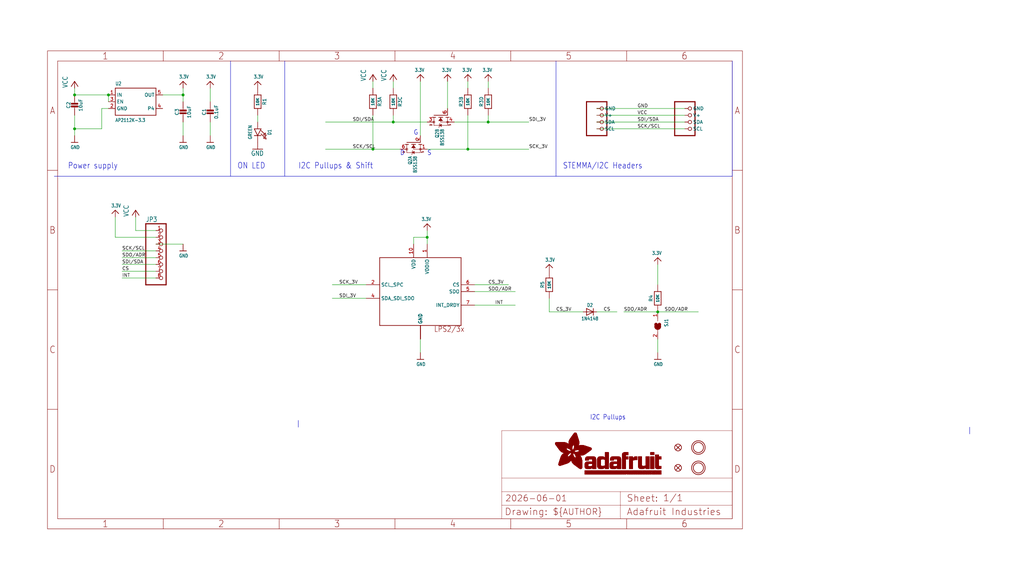
<source format=kicad_sch>
(kicad_sch (version 20230121) (generator eeschema)
  (paper "User" 383.616 217.322)
  (lib_symbols
    (symbol "working-eagle-import:3.3V" (power)
      (property "Value" "3.3V" (at -1.524 1.016 0))
      (symbol "3.3V_1_0"
        (pin power_in line (at 0 -2.54 90) (length 2.54) (name "3.3V") (number "1"))
      )
    )
    (symbol "working-eagle-import:CAP_CERAMIC0603_NO"
      (property "Reference" "C" (at -2.29 1.25 90))
      (symbol "CAP_CERAMIC0603_NO_1_0"
        (pin passive line (at 0 5.08 270) (length 2.54) (name "1") (number "1"))
        (pin passive line (at 0 -2.54 90) (length 2.54) (name "2") (number "2"))
      )
    )
    (symbol "working-eagle-import:CAP_CERAMIC0805-NOOUTLINE"
      (property "Reference" "C" (at -2.29 1.25 90))
      (symbol "CAP_CERAMIC0805-NOOUTLINE_1_0"
        (pin passive line (at 0 5.08 270) (length 2.54) (name "1") (number "1"))
        (pin passive line (at 0 -2.54 90) (length 2.54) (name "2") (number "2"))
      )
    )
    (symbol "working-eagle-import:DIODESOD-323"
      (property "Reference" "D" (at 0 2.54 0))
      (symbol "DIODESOD-323_1_0"
        (pin passive line (at -2.54 0 0) (length 2.54) (name "A") (number "A"))
        (pin passive line (at 2.54 0 180) (length 2.54) (name "C") (number "C"))
      )
    )
    (symbol "working-eagle-import:FIDUCIAL_1MM")
    (symbol "working-eagle-import:FRAME_A4_ADAFRUIT"
      (symbol "FRAME_A4_ADAFRUIT_1_0"
        (text "${#}/${##}" (at 230.505 10.16 0) (effects (font (size 2.54 2.54)) (justify left bottom)))
        (text "${AUTHOR}" (at 189.23 5.08 0) (effects (font (size 2.286 2.286)) (justify left bottom)))
        (text "${CURRENT_DATE}" (at 171.45 10.16 0) (effects (font (size 2.286 2.286)) (justify left bottom)))
        (text "${PROJECTNAME}" (at 171.45 15.24 0) (effects (font (size 2.54 2.54)) (justify left bottom)))
        (text "1" (at 21.6958 1.905 0) (effects (font (size 2.54 2.286))))
        (text "1" (at 21.6958 177.165 0) (effects (font (size 2.54 2.286))))
        (text "2" (at 65.0875 1.905 0) (effects (font (size 2.54 2.286))))
        (text "2" (at 65.0875 177.165 0) (effects (font (size 2.54 2.286))))
        (text "3" (at 108.4792 1.905 0) (effects (font (size 2.54 2.286))))
        (text "3" (at 108.4792 177.165 0) (effects (font (size 2.54 2.286))))
        (text "4" (at 151.8708 1.905 0) (effects (font (size 2.54 2.286))))
        (text "4" (at 151.8708 177.165 0) (effects (font (size 2.54 2.286))))
        (text "5" (at 195.2625 1.905 0) (effects (font (size 2.54 2.286))))
        (text "5" (at 195.2625 177.165 0) (effects (font (size 2.54 2.286))))
        (text "6" (at 238.6542 1.905 0) (effects (font (size 2.54 2.286))))
        (text "6" (at 238.6542 177.165 0) (effects (font (size 2.54 2.286))))
        (text "A" (at 1.905 156.6863 0) (effects (font (size 2.54 2.286))))
        (text "A" (at 258.445 156.6863 0) (effects (font (size 2.54 2.286))))
        (text "Adafruit Industries" (at 216.916 4.953 0) (effects (font (size 2.54 2.54)) (justify left bottom)))
        (text "B" (at 1.905 111.9188 0) (effects (font (size 2.54 2.286))))
        (text "B" (at 258.445 111.9188 0) (effects (font (size 2.54 2.286))))
        (text "C" (at 1.905 67.1513 0) (effects (font (size 2.54 2.286))))
        (text "C" (at 258.445 67.1513 0) (effects (font (size 2.54 2.286))))
        (text "D" (at 1.905 22.3838 0) (effects (font (size 2.54 2.286))))
        (text "D" (at 258.445 22.3838 0) (effects (font (size 2.54 2.286))))
        (text "Drawing:" (at 171.196 4.953 0) (effects (font (size 2.54 2.54)) (justify left bottom)))
        (text "Sheet:" (at 216.916 10.033 0) (effects (font (size 2.54 2.54)) (justify left bottom)))
      )
    )
    (symbol "working-eagle-import:GND" (power)
      (property "Value" "GND" (at -1.524 -2.54 0))
      (symbol "GND_1_0"
        (pin power_in line (at 0 2.54 270) (length 2.54) (name "GND") (number "1"))
      )
    )
    (symbol "working-eagle-import:HEADER-1X8ROUND"
      (property "Reference" "JP" (at -6.35 13.335 0))
      (symbol "HEADER-1X8ROUND_1_0"
        (pin passive inverted (at -2.54 10.16 0) (length 2.54) (name "1") (number "1"))
        (pin passive inverted (at -2.54 7.62 0) (length 2.54) (name "2") (number "2"))
        (pin passive inverted (at -2.54 5.08 0) (length 2.54) (name "3") (number "3"))
        (pin passive inverted (at -2.54 2.54 0) (length 2.54) (name "4") (number "4"))
        (pin passive inverted (at -2.54 0 0) (length 2.54) (name "5") (number "5"))
        (pin passive inverted (at -2.54 -2.54 0) (length 2.54) (name "6") (number "6"))
        (pin passive inverted (at -2.54 -5.08 0) (length 2.54) (name "7") (number "7"))
        (pin passive inverted (at -2.54 -7.62 0) (length 2.54) (name "8") (number "8"))
      )
    )
    (symbol "working-eagle-import:LED0603_NOOUTLINE"
      (property "Reference" "D" (at -1.27 4.445 0))
      (symbol "LED0603_NOOUTLINE_1_0"
        (pin passive line (at -5.08 0 0) (length 2.54) (name "A") (number "A"))
        (pin passive line (at 2.54 0 180) (length 2.54) (name "C") (number "C"))
      )
    )
    (symbol "working-eagle-import:LPS2X_LPS22"
      (symbol "LPS2X_LPS22_1_0"
        (text "LPS2/3x" (at 5.08 -20.32 0) (effects (font (size 2.032 1.7272)) (justify left bottom)))
        (pin power_in line (at 2.54 12.7 270) (length 5.08) (name "VDDIO") (number "1"))
        (pin power_in line (at -2.54 12.7 270) (length 5.08) (name "VDD") (number "10"))
        (pin input line (at -20.32 -2.54 0) (length 5.08) (name "SCL_SPC") (number "2"))
        (pin power_in line (at 0 -22.86 90) (length 5.08) (name "GND") (number "3"))
        (pin bidirectional line (at -20.32 -7.62 0) (length 5.08) (name "SDA_SDI_SDO") (number "4"))
        (pin bidirectional line (at 20.32 -5.08 180) (length 5.08) (name "SDO") (number "5"))
        (pin bidirectional line (at 20.32 -2.54 180) (length 5.08) (name "CS") (number "6"))
        (pin output line (at 20.32 -10.16 180) (length 5.08) (name "INT_DRDY") (number "7"))
        (pin power_in line (at 0 -22.86 90) (length 5.08) (name "GND") (number "8"))
        (pin power_in line (at 0 -22.86 90) (length 5.08) (name "GND") (number "9"))
      )
    )
    (symbol "working-eagle-import:MOSFET-N_DUAL"
      (property "Reference" "Q" (at 5.08 0.635 0))
      (symbol "MOSFET-N_DUAL_1_0"
        (text "D" (at 3.175 3.175 0) (effects (font (size 0.8128 0.6908)) (justify left bottom)))
        (text "G" (at -1.27 -1.905 0) (effects (font (size 0.8128 0.6908)) (justify left bottom)))
        (text "S" (at 3.175 -3.81 0) (effects (font (size 0.8128 0.6908)) (justify left bottom)))
        (pin bidirectional line (at 2.54 -5.08 90) (length 2.54) (name "S") (number "1"))
        (pin bidirectional line (at -2.54 -2.54 0) (length 2.54) (name "G") (number "2"))
        (pin bidirectional line (at 2.54 5.08 270) (length 2.54) (name "D") (number "6"))
      )
      (symbol "MOSFET-N_DUAL_2_0"
        (text "D" (at 3.175 3.175 0) (effects (font (size 0.8128 0.6908)) (justify left bottom)))
        (text "G" (at -1.27 -1.905 0) (effects (font (size 0.8128 0.6908)) (justify left bottom)))
        (text "S" (at 3.175 -3.81 0) (effects (font (size 0.8128 0.6908)) (justify left bottom)))
        (pin bidirectional line (at 2.54 5.08 270) (length 2.54) (name "D") (number "3"))
        (pin bidirectional line (at 2.54 -5.08 90) (length 2.54) (name "S") (number "4"))
        (pin bidirectional line (at -2.54 -2.54 0) (length 2.54) (name "G") (number "5"))
      )
    )
    (symbol "working-eagle-import:MOUNTINGHOLE2.5")
    (symbol "working-eagle-import:RESISTOR_0603_NOOUT"
      (property "Reference" "R" (at 0 2.54 0))
      (symbol "RESISTOR_0603_NOOUT_1_0"
        (pin passive line (at -5.08 0 0) (length 2.54) (name "1") (number "1"))
        (pin passive line (at 5.08 0 180) (length 2.54) (name "2") (number "2"))
      )
    )
    (symbol "working-eagle-import:RESISTOR_4PACK"
      (property "Reference" "R" (at 0 2.54 0))
      (symbol "RESISTOR_4PACK_1_0"
        (pin passive line (at -5.08 0 0) (length 2.54) (name "1") (number "1"))
        (pin passive line (at 5.08 0 180) (length 2.54) (name "2") (number "8"))
      )
      (symbol "RESISTOR_4PACK_2_0"
        (pin passive line (at -5.08 0 0) (length 2.54) (name "1") (number "2"))
        (pin passive line (at 5.08 0 180) (length 2.54) (name "2") (number "7"))
      )
      (symbol "RESISTOR_4PACK_3_0"
        (pin passive line (at -5.08 0 0) (length 2.54) (name "1") (number "3"))
        (pin passive line (at 5.08 0 180) (length 2.54) (name "2") (number "6"))
      )
      (symbol "RESISTOR_4PACK_4_0"
        (pin passive line (at -5.08 0 0) (length 2.54) (name "1") (number "4"))
        (pin passive line (at 5.08 0 180) (length 2.54) (name "2") (number "5"))
      )
    )
    (symbol "working-eagle-import:SOLDERJUMPER"
      (property "Reference" "SJ" (at -2.54 2.54 0))
      (symbol "SOLDERJUMPER_1_0"
        (pin passive line (at -5.08 0 0) (length 2.54) (name "1") (number "1"))
        (pin passive line (at 5.08 0 180) (length 2.54) (name "2") (number "2"))
      )
    )
    (symbol "working-eagle-import:STEMMA_I2C_QT"
      (symbol "STEMMA_I2C_QT_1_0"
        (pin passive inverted (at 0 5.08 0) (length 2.54) (name "GND") (number "1"))
        (pin passive inverted (at 0 2.54 0) (length 2.54) (name "V+") (number "2"))
        (pin passive inverted (at 0 0 0) (length 2.54) (name "SDA") (number "3"))
        (pin passive inverted (at 0 -2.54 0) (length 2.54) (name "SCL") (number "4"))
      )
      (symbol "STEMMA_I2C_QT_2_0"
        (pin bidirectional line (at 0 0 0) (length 5.08) (name "MT") (number "MT1"))
      )
      (symbol "STEMMA_I2C_QT_3_0"
        (pin bidirectional line (at 0 0 0) (length 5.08) (name "MT") (number "MT2"))
      )
    )
    (symbol "working-eagle-import:VCC" (power)
      (property "Value" "VCC" (at -2.54 -2.54 90))
      (symbol "VCC_1_0"
        (pin power_in line (at 0 -2.54 90) (length 2.54) (name "VCC") (number "1"))
      )
    )
    (symbol "working-eagle-import:VREG_SOT23-5"
      (property "Reference" "U" (at -7.62 6.096 0))
      (symbol "VREG_SOT23-5_1_0"
        (pin power_in line (at -10.16 2.54 0) (length 2.54) (name "IN") (number "1"))
        (pin power_in line (at -10.16 -2.54 0) (length 2.54) (name "GND") (number "2"))
        (pin input line (at -10.16 0 0) (length 2.54) (name "EN") (number "3"))
        (pin bidirectional line (at 10.16 -2.54 180) (length 2.54) (name "P4") (number "4"))
        (pin power_in line (at 10.16 2.54 180) (length 2.54) (name "OUT") (number "5"))
      )
    )
    (symbol "working-eagle-import:supply1_GND" (power)
      (property "Value" "supply1_GND" (at -2.54 -2.54 0))
      (symbol "supply1_GND_1_0"
        (pin power_in line (at 0 2.54 270) (length 2.54) (name "GND") (number "1"))
      )
    )
  )
  (junction (at 27.94 48.26))
  (junction (at 160.02 88.9))
  (junction (at 139.7 55.88))
  (junction (at 182.88 45.72))
  (junction (at 246.38 116.84))
  (junction (at 175.26 55.88))
  (junction (at 68.58 35.56))
  (junction (at 147.32 45.72))
  (junction (at 40.64 35.56))
  (junction (at 27.94 35.56))
  (wire (pts (xy 160.02 91.44) (xy 160.02 88.9)) (stroke (width 0.1524)))
  (wire (pts (xy 68.58 45.72) (xy 68.58 50.8)) (stroke (width 0.1524)))
  (wire (pts (xy 139.7 30.48) (xy 139.7 33.02)) (stroke (width 0.1524)))
  (wire (pts (xy 137.16 106.68) (xy 124.46 106.68)) (stroke (width 0.1524)))
  (wire (pts (xy 182.88 33.02) (xy 182.88 30.48)) (stroke (width 0.1524)))
  (wire (pts (xy 170.18 45.72) (xy 182.88 45.72)) (stroke (width 0.1524)))
  (wire (pts (xy 182.88 43.18) (xy 182.88 45.72)) (stroke (width 0.1524)))
  (wire (pts (xy 154.94 91.44) (xy 154.94 88.9)) (stroke (width 0.1524)))
  (wire (pts (xy 175.26 55.88) (xy 198.12 55.88)) (stroke (width 0.1524)))
  (wire (pts (xy 218.44 116.84) (xy 205.74 116.84)) (stroke (width 0.1524)))
  (wire (pts (xy 58.42 93.98) (xy 45.72 93.98)) (stroke (width 0.1524)))
  (wire (pts (xy 50.8 86.36) (xy 50.8 81.28)) (stroke (width 0.1524)))
  (wire (pts (xy 223.52 48.26) (xy 256.54 48.26)) (stroke (width 0.1524)))
  (polyline (pts (xy 208.28 22.86) (xy 208.28 66.04)) (stroke (width 0.1524) (type solid)))
  (wire (pts (xy 177.8 106.68) (xy 190.5 106.68)) (stroke (width 0.1524)))
  (wire (pts (xy 177.8 114.3) (xy 193.04 114.3)) (stroke (width 0.1524)))
  (wire (pts (xy 175.26 33.02) (xy 175.26 30.48)) (stroke (width 0.1524)))
  (wire (pts (xy 175.26 43.18) (xy 175.26 55.88)) (stroke (width 0.1524)))
  (wire (pts (xy 160.02 88.9) (xy 160.02 86.36)) (stroke (width 0.1524)))
  (polyline (pts (xy 208.28 66.04) (xy 274.32 66.04)) (stroke (width 0.1524) (type solid)))
  (wire (pts (xy 147.32 33.02) (xy 147.32 30.48)) (stroke (width 0.1524)))
  (polyline (pts (xy 111.76 160.02) (xy 111.76 157.48)) (stroke (width 0.1524) (type solid)))
  (wire (pts (xy 96.52 45.72) (xy 96.52 43.18)) (stroke (width 0.1524)))
  (polyline (pts (xy 106.68 22.86) (xy 106.68 66.04)) (stroke (width 0.1524) (type solid)))
  (wire (pts (xy 223.52 116.84) (xy 231.14 116.84)) (stroke (width 0.1524)))
  (wire (pts (xy 167.64 40.64) (xy 167.64 30.48)) (stroke (width 0.1524)))
  (wire (pts (xy 27.94 33.02) (xy 27.94 35.56)) (stroke (width 0.1524)))
  (polyline (pts (xy 86.36 66.04) (xy 106.68 66.04)) (stroke (width 0.1524) (type solid)))
  (wire (pts (xy 147.32 43.18) (xy 147.32 45.72)) (stroke (width 0.1524)))
  (wire (pts (xy 147.32 45.72) (xy 121.92 45.72)) (stroke (width 0.1524)))
  (wire (pts (xy 68.58 35.56) (xy 68.58 33.02)) (stroke (width 0.1524)))
  (wire (pts (xy 58.42 91.44) (xy 68.58 91.44)) (stroke (width 0.1524)))
  (wire (pts (xy 68.58 35.56) (xy 68.58 38.1)) (stroke (width 0.1524)))
  (wire (pts (xy 160.02 45.72) (xy 147.32 45.72)) (stroke (width 0.1524)))
  (wire (pts (xy 205.74 116.84) (xy 205.74 111.76)) (stroke (width 0.1524)))
  (wire (pts (xy 40.64 35.56) (xy 27.94 35.56)) (stroke (width 0.1524)))
  (wire (pts (xy 177.8 109.22) (xy 193.04 109.22)) (stroke (width 0.1524)))
  (wire (pts (xy 40.64 38.1) (xy 40.64 35.56)) (stroke (width 0.1524)))
  (wire (pts (xy 58.42 99.06) (xy 45.72 99.06)) (stroke (width 0.1524)))
  (wire (pts (xy 246.38 116.84) (xy 233.68 116.84)) (stroke (width 0.1524)))
  (wire (pts (xy 43.18 88.9) (xy 43.18 81.28)) (stroke (width 0.1524)))
  (wire (pts (xy 58.42 86.36) (xy 50.8 86.36)) (stroke (width 0.1524)))
  (wire (pts (xy 246.38 132.08) (xy 246.38 127)) (stroke (width 0.1524)))
  (wire (pts (xy 60.96 35.56) (xy 68.58 35.56)) (stroke (width 0.1524)))
  (wire (pts (xy 58.42 88.9) (xy 43.18 88.9)) (stroke (width 0.1524)))
  (wire (pts (xy 38.1 48.26) (xy 27.94 48.26)) (stroke (width 0.1524)))
  (polyline (pts (xy 274.32 22.86) (xy 274.32 66.04)) (stroke (width 0.1524) (type solid)))
  (wire (pts (xy 27.94 48.26) (xy 27.94 50.8)) (stroke (width 0.1524)))
  (wire (pts (xy 58.42 96.52) (xy 45.72 96.52)) (stroke (width 0.1524)))
  (wire (pts (xy 246.38 116.84) (xy 261.62 116.84)) (stroke (width 0.1524)))
  (polyline (pts (xy 20.32 66.04) (xy 86.36 66.04)) (stroke (width 0.1524) (type solid)))
  (polyline (pts (xy 363.22 162.56) (xy 363.22 160.02)) (stroke (width 0.1524) (type solid)))
  (wire (pts (xy 160.02 55.88) (xy 175.26 55.88)) (stroke (width 0.1524)))
  (wire (pts (xy 157.48 127) (xy 157.48 132.08)) (stroke (width 0.1524)))
  (wire (pts (xy 40.64 40.64) (xy 38.1 40.64)) (stroke (width 0.1524)))
  (polyline (pts (xy 106.68 66.04) (xy 208.28 66.04)) (stroke (width 0.1524) (type solid)))
  (wire (pts (xy 27.94 48.26) (xy 27.94 43.18)) (stroke (width 0.1524)))
  (wire (pts (xy 139.7 43.18) (xy 139.7 55.88)) (stroke (width 0.1524)))
  (polyline (pts (xy 86.36 22.86) (xy 86.36 66.04)) (stroke (width 0.1524) (type solid)))
  (wire (pts (xy 78.74 45.72) (xy 78.74 50.8)) (stroke (width 0.1524)))
  (wire (pts (xy 58.42 101.6) (xy 45.72 101.6)) (stroke (width 0.1524)))
  (wire (pts (xy 58.42 104.14) (xy 45.72 104.14)) (stroke (width 0.1524)))
  (wire (pts (xy 246.38 106.68) (xy 246.38 99.06)) (stroke (width 0.1524)))
  (wire (pts (xy 256.54 40.64) (xy 223.52 40.64)) (stroke (width 0.1524)))
  (wire (pts (xy 182.88 45.72) (xy 198.12 45.72)) (stroke (width 0.1524)))
  (wire (pts (xy 256.54 45.72) (xy 223.52 45.72)) (stroke (width 0.1524)))
  (wire (pts (xy 154.94 88.9) (xy 160.02 88.9)) (stroke (width 0.1524)))
  (wire (pts (xy 38.1 40.64) (xy 38.1 48.26)) (stroke (width 0.1524)))
  (wire (pts (xy 157.48 50.8) (xy 157.48 30.48)) (stroke (width 0.1524)))
  (wire (pts (xy 139.7 55.88) (xy 121.92 55.88)) (stroke (width 0.1524)))
  (wire (pts (xy 137.16 111.76) (xy 124.46 111.76)) (stroke (width 0.1524)))
  (wire (pts (xy 223.52 43.18) (xy 256.54 43.18)) (stroke (width 0.1524)))
  (wire (pts (xy 78.74 33.02) (xy 78.74 38.1)) (stroke (width 0.1524)))
  (wire (pts (xy 149.86 55.88) (xy 139.7 55.88)) (stroke (width 0.1524)))
  (text "S" (at 160.02 58.42 0) (effects (font (size 1.778 1.5113)) (justify left bottom)))
  (text "I2C Pullups" (at 220.98 157.48 0) (effects (font (size 1.778 1.5113)) (justify left bottom)))
  (text "I2C Pullups & Shift" (at 111.76 63.5 0) (effects (font (size 2.1844 1.8567)) (justify left bottom)))
  (text "G" (at 154.94 50.8 0) (effects (font (size 1.778 1.5113)) (justify left bottom)))
  (text "D" (at 149.86 58.42 0) (effects (font (size 1.778 1.5113)) (justify left bottom)))
  (text "Power supply" (at 25.4 63.5 0) (effects (font (size 2.1844 1.8567)) (justify left bottom)))
  (text "STEMMA/I2C Headers" (at 210.82 63.5 0) (effects (font (size 2.1844 1.8567)) (justify left bottom)))
  (text "ON LED" (at 88.9 63.5 0) (effects (font (size 2.1844 1.8567)) (justify left bottom)))
  (label "SDI/SDA" (at 132.08 45.72 0) (effects (font (size 1.2446 1.2446))))
  (label "SCK/SCL" (at 238.76 48.26 0) (effects (font (size 1.2446 1.2446))))
  (label "SDO/ADR" (at 233.68 116.84 0) (effects (font (size 1.2446 1.2446))))
  (label "SDI_3V" (at 127 111.76 0) (effects (font (size 1.2446 1.2446))))
  (label "INT" (at 185.42 114.3 0) (effects (font (size 1.2446 1.2446))))
  (label "SCK/SCL" (at 132.08 55.88 0) (effects (font (size 1.2446 1.2446))))
  (label "SCK/SCL" (at 45.72 93.98 0) (effects (font (size 1.2446 1.2446))))
  (label "SDI/SDA" (at 45.72 99.06 0) (effects (font (size 1.2446 1.2446))))
  (label "SDO/ADR" (at 182.88 109.22 0) (effects (font (size 1.2446 1.2446))))
  (label "SCK_3V" (at 127 106.68 0) (effects (font (size 1.2446 1.2446))))
  (label "SCK_3V" (at 198.12 55.88 0) (effects (font (size 1.2446 1.2446))))
  (label "GND" (at 238.76 40.64 0) (effects (font (size 1.2446 1.2446))))
  (label "VCC" (at 238.76 43.18 0) (effects (font (size 1.2446 1.2446))))
  (label "CS_3V" (at 182.88 106.68 0) (effects (font (size 1.2446 1.2446))))
  (label "SDO/ADR" (at 248.92 116.84 0) (effects (font (size 1.2446 1.2446))))
  (label "CS" (at 45.72 101.6 0) (effects (font (size 1.2446 1.2446))))
  (label "SDO/ADR" (at 45.72 96.52 0) (effects (font (size 1.2446 1.2446))))
  (label "CS_3V" (at 208.28 116.84 0) (effects (font (size 1.2446 1.2446))))
  (label "SDI/SDA" (at 238.76 45.72 0) (effects (font (size 1.2446 1.2446))))
  (label "INT" (at 45.72 104.14 0) (effects (font (size 1.2446 1.2446))))
  (label "SDI_3V" (at 198.12 45.72 0) (effects (font (size 1.2446 1.2446))))
  (label "CS" (at 226.06 116.84 0) (effects (font (size 1.2446 1.2446))))
  (symbol (lib_id "working-eagle-import:STEMMA_I2C_QT") (at 223.52 45.72 0) (unit 1)
    (property "Reference" "CONN3" (effects hide))
    (property "Value" "STEMMA_I2C_QT" (effects hide))
    (property "Footprint" "working:JST_SH4" (effects hide))
  )
  (symbol (lib_id "working-eagle-import:CAP_CERAMIC0805-NOOUTLINE") (at 68.58 43.18 0) (unit 1)
    (property "Reference" "C3" (at 66.29 41.93 90))
    (property "Value" "10uF" (at 70.88 41.93 90))
    (property "Footprint" "working:0805-NO" (effects hide))
  )
  (symbol (lib_id "working-eagle-import:FIDUCIAL_1MM") (at 254 167.64 0) (unit 1)
    (property "Reference" "FID4" (effects hide))
    (property "Value" "FIDUCIAL_1MM" (effects hide))
    (property "Footprint" "working:FIDUCIAL_1MM" (effects hide))
  )
  (symbol (lib_id "working-eagle-import:GND") (at 157.48 134.62 0) (unit 1)
    (property "Reference" "#U$45" (effects hide))
    (property "Value" "GND" (at 155.956 137.16 0) (effects (font (size 1.27 1.0795)) (justify left bottom)))
  )
  (symbol (lib_id "working-eagle-import:3.3V") (at 78.74 30.48 0) (unit 1)
    (property "Reference" "#U$14" (effects hide))
    (property "Value" "3.3V" (at 77.216 29.464 0) (effects (font (size 1.27 1.0795)) (justify left bottom)))
  )
  (symbol (lib_id "working-eagle-import:MOSFET-N_DUAL") (at 165.1 43.18 90) (mirror x) (unit 2)
    (property "Reference" "Q2" (at 164.465 48.26 0) (effects (font (size 1.27 1.0795)) (justify left bottom)))
    (property "Value" "BSS138" (at 166.37 48.26 0) (effects (font (size 1.27 1.0795)) (justify left bottom)))
    (property "Footprint" "working:SOT363" (effects hide))
  )
  (symbol (lib_id "working-eagle-import:MOSFET-N_DUAL") (at 154.94 53.34 90) (mirror x) (unit 1)
    (property "Reference" "Q2" (at 154.305 58.42 0) (effects (font (size 1.27 1.0795)) (justify left bottom)))
    (property "Value" "BSS138" (at 156.21 58.42 0) (effects (font (size 1.27 1.0795)) (justify left bottom)))
    (property "Footprint" "working:SOT363" (effects hide))
  )
  (symbol (lib_id "working-eagle-import:VCC") (at 50.8 78.74 0) (unit 1)
    (property "Reference" "#P+4" (effects hide))
    (property "Value" "VCC" (at 48.26 81.28 90) (effects (font (size 1.778 1.5113)) (justify left bottom)))
  )
  (symbol (lib_id "working-eagle-import:STEMMA_I2C_QT") (at 256.54 45.72 0) (unit 1)
    (property "Reference" "CONN4" (effects hide))
    (property "Value" "STEMMA_I2C_QT" (effects hide))
    (property "Footprint" "working:JST_SH4" (effects hide))
  )
  (symbol (lib_id "working-eagle-import:RESISTOR_0603_NOOUT") (at 96.52 38.1 270) (unit 1)
    (property "Reference" "R1" (at 99.06 38.1 0))
    (property "Value" "10K" (at 96.52 38.1 0) (effects (font (size 1.016 1.016) bold)))
    (property "Footprint" "working:0603-NO" (effects hide))
  )
  (symbol (lib_id "working-eagle-import:supply1_GND") (at 96.52 55.88 0) (unit 1)
    (property "Reference" "#GND6" (effects hide))
    (property "Value" "GND" (at 93.98 58.42 0) (effects (font (size 1.778 1.5113)) (justify left bottom)))
  )
  (symbol (lib_id "working-eagle-import:MOUNTINGHOLE2.5") (at 261.62 175.26 0) (unit 1)
    (property "Reference" "U$1" (effects hide))
    (property "Value" "MOUNTINGHOLE2.5" (effects hide))
    (property "Footprint" "working:MOUNTINGHOLE_2.5_PLATED" (effects hide))
  )
  (symbol (lib_id "working-eagle-import:DIODESOD-323") (at 220.98 116.84 0) (unit 1)
    (property "Reference" "D2" (at 220.98 114.3 0) (effects (font (size 1.27 1.0795))))
    (property "Value" "1N4148" (at 220.98 119.34 0) (effects (font (size 1.27 1.0795))))
    (property "Footprint" "working:SOD-323" (effects hide))
  )
  (symbol (lib_id "working-eagle-import:LED0603_NOOUTLINE") (at 96.52 50.8 270) (unit 1)
    (property "Reference" "D1" (at 100.965 49.53 0) (effects (font (size 1.27 1.0795))))
    (property "Value" "GREEN" (at 93.726 49.53 0) (effects (font (size 1.27 1.0795))))
    (property "Footprint" "working:CHIPLED_0603_NOOUTLINE" (effects hide))
  )
  (symbol (lib_id "working-eagle-import:RESISTOR_4PACK") (at 182.88 38.1 90) (mirror x) (unit 4)
    (property "Reference" "R3" (at 180.34 38.1 0))
    (property "Value" "10K" (at 182.88 38.1 0) (effects (font (size 1.016 1.016) bold)))
    (property "Footprint" "working:RESPACK_4X0603" (effects hide))
  )
  (symbol (lib_id "working-eagle-import:VREG_SOT23-5") (at 50.8 38.1 0) (unit 1)
    (property "Reference" "U2" (at 43.18 32.004 0) (effects (font (size 1.27 1.0795)) (justify left bottom)))
    (property "Value" "AP2112K-3.3" (at 43.18 45.72 0) (effects (font (size 1.27 1.0795)) (justify left bottom)))
    (property "Footprint" "working:SOT23-5" (effects hide))
  )
  (symbol (lib_id "working-eagle-import:GND") (at 68.58 53.34 0) (unit 1)
    (property "Reference" "#U$5" (effects hide))
    (property "Value" "GND" (at 67.056 55.88 0) (effects (font (size 1.27 1.0795)) (justify left bottom)))
  )
  (symbol (lib_id "working-eagle-import:SOLDERJUMPER") (at 246.38 121.92 270) (unit 1)
    (property "Reference" "SJ1" (at 248.92 119.38 0) (effects (font (size 1.27 1.0795)) (justify left bottom)))
    (property "Value" "SOLDERJUMPER" (effects hide))
    (property "Footprint" "working:SOLDERJUMPER_ARROW_NOPASTE" (effects hide))
  )
  (symbol (lib_id "working-eagle-import:RESISTOR_4PACK") (at 139.7 38.1 270) (unit 1)
    (property "Reference" "R3" (at 142.24 38.1 0))
    (property "Value" "10K" (at 139.7 38.1 0) (effects (font (size 1.016 1.016) bold)))
    (property "Footprint" "working:RESPACK_4X0603" (effects hide))
  )
  (symbol (lib_id "working-eagle-import:3.3V") (at 205.74 99.06 0) (unit 1)
    (property "Reference" "#U$42" (effects hide))
    (property "Value" "3.3V" (at 204.216 98.044 0) (effects (font (size 1.27 1.0795)) (justify left bottom)))
  )
  (symbol (lib_id "working-eagle-import:MOUNTINGHOLE2.5") (at 261.62 167.64 0) (unit 1)
    (property "Reference" "U$17" (effects hide))
    (property "Value" "MOUNTINGHOLE2.5" (effects hide))
    (property "Footprint" "working:MOUNTINGHOLE_2.5_PLATED" (effects hide))
  )
  (symbol (lib_id "working-eagle-import:GND") (at 27.94 53.34 0) (unit 1)
    (property "Reference" "#U$13" (effects hide))
    (property "Value" "GND" (at 26.416 55.88 0) (effects (font (size 1.27 1.0795)) (justify left bottom)))
  )
  (symbol (lib_id "working-eagle-import:GND") (at 78.74 53.34 0) (unit 1)
    (property "Reference" "#U$6" (effects hide))
    (property "Value" "GND" (at 77.216 55.88 0) (effects (font (size 1.27 1.0795)) (justify left bottom)))
  )
  (symbol (lib_id "working-eagle-import:FRAME_A4_ADAFRUIT") (at 17.78 198.12 0) (unit 1)
    (property "Reference" "#U$18" (effects hide))
    (property "Value" "FRAME_A4_ADAFRUIT" (effects hide))
  )
  (symbol (lib_id "working-eagle-import:3.3V") (at 157.48 27.94 0) (mirror y) (unit 1)
    (property "Reference" "#U$26" (effects hide))
    (property "Value" "3.3V" (at 159.004 26.924 0) (effects (font (size 1.27 1.0795)) (justify left bottom)))
  )
  (symbol (lib_id "working-eagle-import:CAP_CERAMIC0603_NO") (at 78.74 43.18 0) (unit 1)
    (property "Reference" "C1" (at 76.45 41.93 90))
    (property "Value" "0.1uF" (at 81.04 41.93 90))
    (property "Footprint" "working:0603-NO" (effects hide))
  )
  (symbol (lib_id "working-eagle-import:VCC") (at 147.32 27.94 0) (unit 1)
    (property "Reference" "#P+2" (effects hide))
    (property "Value" "VCC" (at 144.78 30.48 90) (effects (font (size 1.778 1.5113)) (justify left bottom)))
  )
  (symbol (lib_id "working-eagle-import:3.3V") (at 68.58 30.48 0) (unit 1)
    (property "Reference" "#U$15" (effects hide))
    (property "Value" "3.3V" (at 67.056 29.464 0) (effects (font (size 1.27 1.0795)) (justify left bottom)))
  )
  (symbol (lib_id "working-eagle-import:CAP_CERAMIC0805-NOOUTLINE") (at 27.94 40.64 0) (unit 1)
    (property "Reference" "C2" (at 25.65 39.39 90))
    (property "Value" "10uF" (at 30.24 39.39 90))
    (property "Footprint" "working:0805-NO" (effects hide))
  )
  (symbol (lib_id "working-eagle-import:3.3V") (at 167.64 27.94 0) (mirror y) (unit 1)
    (property "Reference" "#U$23" (effects hide))
    (property "Value" "3.3V" (at 169.164 26.924 0) (effects (font (size 1.27 1.0795)) (justify left bottom)))
  )
  (symbol (lib_id "working-eagle-import:3.3V") (at 175.26 27.94 0) (mirror y) (unit 1)
    (property "Reference" "#U$24" (effects hide))
    (property "Value" "3.3V" (at 176.784 26.924 0) (effects (font (size 1.27 1.0795)) (justify left bottom)))
  )
  (symbol (lib_id "working-eagle-import:GND") (at 68.58 93.98 0) (unit 1)
    (property "Reference" "#U$10" (effects hide))
    (property "Value" "GND" (at 67.056 96.52 0) (effects (font (size 1.27 1.0795)) (justify left bottom)))
  )
  (symbol (lib_id "working-eagle-import:RESISTOR_0603_NOOUT") (at 205.74 106.68 90) (unit 1)
    (property "Reference" "R5" (at 203.2 106.68 0))
    (property "Value" "10K" (at 205.74 106.68 0) (effects (font (size 1.016 1.016) bold)))
    (property "Footprint" "working:0603-NO" (effects hide))
  )
  (symbol (lib_id "working-eagle-import:RESISTOR_0603_NOOUT") (at 246.38 111.76 90) (unit 1)
    (property "Reference" "R4" (at 243.84 111.76 0))
    (property "Value" "10K" (at 246.38 111.76 0) (effects (font (size 1.016 1.016) bold)))
    (property "Footprint" "working:0603-NO" (effects hide))
  )
  (symbol (lib_id "working-eagle-import:3.3V") (at 160.02 83.82 0) (mirror y) (unit 1)
    (property "Reference" "#U$44" (effects hide))
    (property "Value" "3.3V" (at 161.544 82.804 0) (effects (font (size 1.27 1.0795)) (justify left bottom)))
  )
  (symbol (lib_id "working-eagle-import:3.3V") (at 96.52 30.48 0) (unit 1)
    (property "Reference" "#U$3" (effects hide))
    (property "Value" "3.3V" (at 94.996 29.464 0) (effects (font (size 1.27 1.0795)) (justify left bottom)))
  )
  (symbol (lib_id "working-eagle-import:3.3V") (at 246.38 96.52 0) (mirror y) (unit 1)
    (property "Reference" "#U$8" (effects hide))
    (property "Value" "3.3V" (at 247.904 95.504 0) (effects (font (size 1.27 1.0795)) (justify left bottom)))
  )
  (symbol (lib_id "working-eagle-import:3.3V") (at 182.88 27.94 0) (mirror y) (unit 1)
    (property "Reference" "#U$7" (effects hide))
    (property "Value" "3.3V" (at 184.404 26.924 0) (effects (font (size 1.27 1.0795)) (justify left bottom)))
  )
  (symbol (lib_id "working-eagle-import:VCC") (at 139.7 27.94 0) (unit 1)
    (property "Reference" "#P+1" (effects hide))
    (property "Value" "VCC" (at 137.16 30.48 90) (effects (font (size 1.778 1.5113)) (justify left bottom)))
  )
  (symbol (lib_id "working-eagle-import:GND") (at 246.38 134.62 0) (unit 1)
    (property "Reference" "#U$9" (effects hide))
    (property "Value" "GND" (at 244.856 137.16 0) (effects (font (size 1.27 1.0795)) (justify left bottom)))
  )
  (symbol (lib_id "working-eagle-import:RESISTOR_4PACK") (at 147.32 38.1 270) (unit 3)
    (property "Reference" "R3" (at 149.86 38.1 0))
    (property "Value" "10K" (at 147.32 38.1 0) (effects (font (size 1.016 1.016) bold)))
    (property "Footprint" "working:RESPACK_4X0603" (effects hide))
  )
  (symbol (lib_id "working-eagle-import:HEADER-1X8ROUND") (at 60.96 96.52 0) (unit 1)
    (property "Reference" "JP3" (at 54.61 83.185 0) (effects (font (size 1.778 1.5113)) (justify left bottom)))
    (property "Value" "HEADER-1X8ROUND" (effects hide))
    (property "Footprint" "working:1X08_ROUND" (effects hide))
  )
  (symbol (lib_id "working-eagle-import:LPS2X_LPS22") (at 157.48 104.14 0) (unit 1)
    (property "Reference" "U$2" (effects hide))
    (property "Value" "LPS2X_LPS22" (effects hide))
    (property "Footprint" "working:HLGA-10L-2X2MM" (effects hide))
  )
  (symbol (lib_id "working-eagle-import:VCC") (at 27.94 30.48 0) (unit 1)
    (property "Reference" "#P+3" (effects hide))
    (property "Value" "VCC" (at 25.4 33.02 90) (effects (font (size 1.778 1.5113)) (justify left bottom)))
  )
  (symbol (lib_id "working-eagle-import:RESISTOR_4PACK") (at 175.26 38.1 90) (mirror x) (unit 2)
    (property "Reference" "R3" (at 172.72 38.1 0))
    (property "Value" "10K" (at 175.26 38.1 0) (effects (font (size 1.016 1.016) bold)))
    (property "Footprint" "working:RESPACK_4X0603" (effects hide))
  )
  (symbol (lib_id "working-eagle-import:3.3V") (at 43.18 78.74 0) (unit 1)
    (property "Reference" "#U$16" (effects hide))
    (property "Value" "3.3V" (at 41.656 77.724 0) (effects (font (size 1.27 1.0795)) (justify left bottom)))
  )
  (symbol (lib_id "working-eagle-import:FIDUCIAL_1MM") (at 254 175.26 0) (unit 1)
    (property "Reference" "FID3" (effects hide))
    (property "Value" "FIDUCIAL_1MM" (effects hide))
    (property "Footprint" "working:FIDUCIAL_1MM" (effects hide))
  )
)
</source>
